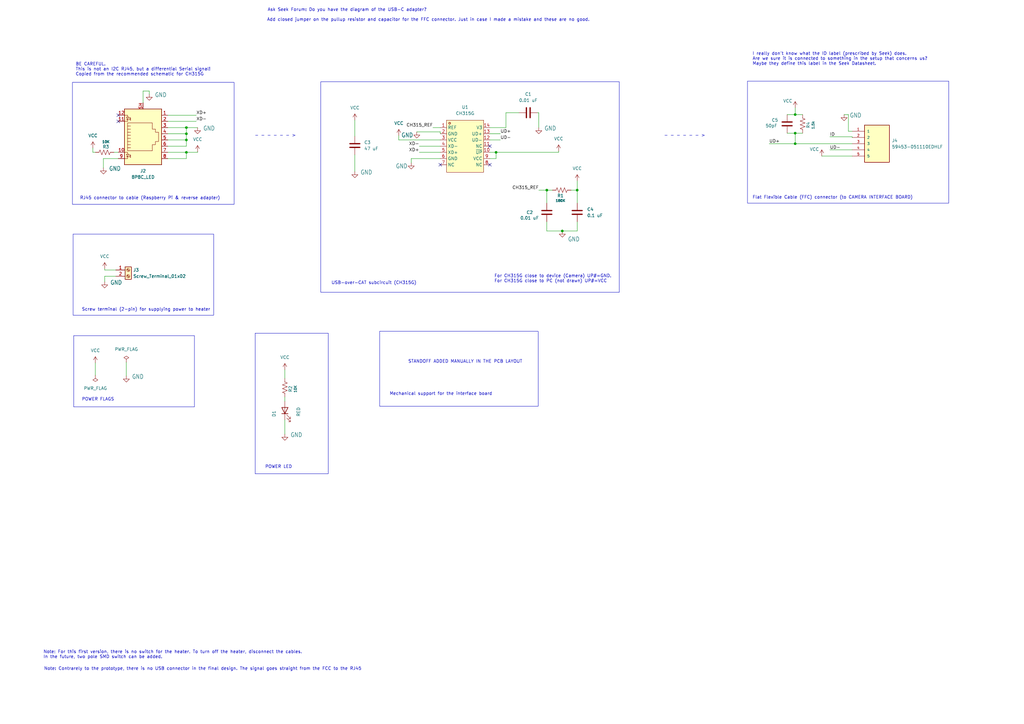
<source format=kicad_sch>
(kicad_sch (version 20230121) (generator eeschema)
  (paper "A3")
  (title_block (title "Carrier Board for Seek Camera C214SPX") (date "2024-06-23") (rev "rev A1") (company "Jericho Laboratory Inc.") (comment 1 "Designed by Frederic Coulombe, BEng MSc"))
  (lib_symbols
    (symbol "59453-051110EDHLF:59453-051110EDHLF" (pin_names (offset 1.016))
      (property "Reference" "J" (at -5.08 8.382 0))
      (property "Value" "59453-051110EDHLF" (at -5.08 -10.16 0))
      (symbol "59453-051110EDHLF_0_0"
        (rectangle (start -5.08 -7.62) (end 5.08 7.62) (stroke (width 0.254)) (fill (type background)))
        (pin passive line (at -10.16 5.08 0) (length 5.08) (name "1") (number "1"))
        (pin passive line (at -10.16 2.54 0) (length 5.08) (name "2") (number "2"))
        (pin passive line (at -10.16 0 0) (length 5.08) (name "3") (number "3"))
        (pin passive line (at -10.16 -2.54 0) (length 5.08) (name "4") (number "4"))
        (pin passive line (at -10.16 -5.08 0) (length 5.08) (name "5") (number "5"))
      )
    )
    (symbol "CH315g-LCSC:CH315G"
      (property "Reference" "U" (at 0 12.7 0))
      (property "Value" "CH315G" (at 0 -12.7 0))
      (symbol "CH315G_0_1"
        (rectangle (start -7.62 10.67) (end 7.62 -10.67) (fill (type background)))
        (circle (center -6.35 9.4) (radius 0.38))
        (circle (center -6.35 9.4) (radius 0.38))
        (pin unspecified line (at -10.16 7.62 0) (length 2.54) (name "REF") (number "1"))
        (pin unspecified line (at 10.16 -2.54 180) (length 2.54) (name "~{UP}") (number "10"))
        (pin unspecified line (at 10.16 0 180) (length 2.54) (name "NC") (number "11"))
        (pin unspecified line (at 10.16 2.54 180) (length 2.54) (name "UD-") (number "12"))
        (pin unspecified line (at 10.16 5.08 180) (length 2.54) (name "UD+") (number "13"))
        (pin unspecified line (at 10.16 7.62 180) (length 2.54) (name "V3") (number "14"))
        (pin unspecified line (at -10.16 5.08 0) (length 2.54) (name "GND") (number "2"))
        (pin unspecified line (at -10.16 2.54 0) (length 2.54) (name "VCC") (number "3"))
        (pin unspecified line (at -10.16 0 0) (length 2.54) (name "XD-") (number "4"))
        (pin unspecified line (at -10.16 -2.54 0) (length 2.54) (name "XD+") (number "5"))
        (pin unspecified line (at -10.16 -5.08 0) (length 2.54) (name "GND") (number "6"))
        (pin unspecified line (at -10.16 -7.62 0) (length 2.54) (name "NC") (number "7"))
        (pin unspecified line (at 10.16 -7.62 180) (length 2.54) (name "NC") (number "8"))
        (pin unspecified line (at 10.16 -5.08 180) (length 2.54) (name "VCC") (number "9"))
      )
    )
    (symbol "Connector:8P8C_LED_Shielded" (pin_names (offset 1.016))
      (property "Reference" "J" (at -5.08 13.97 0))
      (property "Value" "8P8C_LED_Shielded" (at 1.27 13.97 0))
      (symbol "8P8C_LED_Shielded_0_1"
        (polyline (pts (xy -7.62 -7.62) (xy -6.35 -7.62)))
        (polyline (pts (xy -7.62 -5.08) (xy -6.35 -5.08)))
        (polyline (pts (xy -7.62 7.62) (xy -6.35 7.62)))
        (polyline (pts (xy -7.62 10.16) (xy -6.35 10.16)))
        (polyline (pts (xy -6.858 -5.842) (xy -5.842 -5.842)))
        (polyline (pts (xy -6.858 9.398) (xy -5.842 9.398)))
        (polyline (pts (xy -6.35 -7.62) (xy -6.35 -6.858)))
        (polyline (pts (xy -6.35 -5.08) (xy -6.35 -5.842)))
        (polyline (pts (xy -6.35 7.62) (xy -6.35 8.382)))
        (polyline (pts (xy -6.35 10.16) (xy -6.35 9.398)))
        (polyline (pts (xy -5.08 -6.223) (xy -5.207 -6.604)))
        (polyline (pts (xy -5.08 -5.588) (xy -5.207 -5.969)))
        (polyline (pts (xy -5.08 4.445) (xy -6.35 4.445)))
        (polyline (pts (xy -5.08 5.715) (xy -6.35 5.715)))
        (polyline (pts (xy -5.08 9.017) (xy -5.207 8.636)))
        (polyline (pts (xy -5.08 9.652) (xy -5.207 9.271)))
        (polyline (pts (xy -6.35 -3.175) (xy -5.08 -3.175) (xy -5.08 -3.175)))
        (polyline (pts (xy -6.35 -1.905) (xy -5.08 -1.905) (xy -5.08 -1.905)))
        (polyline (pts (xy -6.35 -0.635) (xy -5.08 -0.635) (xy -5.08 -0.635)))
        (polyline (pts (xy -6.35 0.635) (xy -5.08 0.635) (xy -5.08 0.635)))
        (polyline (pts (xy -6.35 1.905) (xy -5.08 1.905) (xy -5.08 1.905)))
        (polyline (pts (xy -5.588 -6.731) (xy -5.08 -6.223) (xy -5.461 -6.35)))
        (polyline (pts (xy -5.588 -6.096) (xy -5.08 -5.588) (xy -5.461 -5.715)))
        (polyline (pts (xy -5.588 8.509) (xy -5.08 9.017) (xy -5.461 8.89)))
        (polyline (pts (xy -5.588 9.144) (xy -5.08 9.652) (xy -5.461 9.525)))
        (polyline (pts (xy -5.08 3.175) (xy -6.35 3.175) (xy -6.35 3.175)))
        (polyline (pts (xy -6.35 -5.842) (xy -6.858 -6.858) (xy -5.842 -6.858) (xy -6.35 -5.842)))
        (polyline (pts (xy -6.35 9.398) (xy -6.858 8.382) (xy -5.842 8.382) (xy -6.35 9.398)))
        (polyline (pts (xy -6.35 -4.445) (xy -6.35 6.985) (xy 3.81 6.985) (xy 3.81 4.445) (xy 5.08 4.445) (xy 5.08 3.175) (xy 6.35 3.175) (xy 6.35 -0.635) (xy 5.08 -0.635) (xy 5.08 -1.905) (xy 3.81 -1.905) (xy 3.81 -4.445) (xy -6.35 -4.445) (xy -6.35 -4.445)))
        (rectangle (start 7.62 12.7) (end -7.62 -10.16) (stroke (width 0.254)) (fill (type background)))
      )
      (symbol "8P8C_LED_Shielded_1_1"
        (pin passive line (at 10.16 -7.62 180) (length 2.54) (name "~") (number "1"))
        (pin passive line (at -10.16 7.62 0) (length 2.54) (name "~") (number "10"))
        (pin passive line (at -10.16 -5.08 0) (length 2.54) (name "~") (number "11"))
        (pin passive line (at -10.16 -7.62 0) (length 2.54) (name "~") (number "12"))
        (pin passive line (at 10.16 -5.08 180) (length 2.54) (name "~") (number "2"))
        (pin passive line (at 10.16 -2.54 180) (length 2.54) (name "~") (number "3"))
        (pin passive line (at 10.16 0 180) (length 2.54) (name "~") (number "4"))
        (pin passive line (at 10.16 2.54 180) (length 2.54) (name "~") (number "5"))
        (pin passive line (at 10.16 5.08 180) (length 2.54) (name "~") (number "6"))
        (pin passive line (at 10.16 7.62 180) (length 2.54) (name "~") (number "7"))
        (pin passive line (at 10.16 10.16 180) (length 2.54) (name "~") (number "8"))
        (pin passive line (at -10.16 10.16 0) (length 2.54) (name "~") (number "9"))
        (pin passive line (at 0 -12.7 90) (length 2.54) (name "~") (number "SH"))
      )
    )
    (symbol "Connector:Screw_Terminal_01x02" (pin_names (offset 1.016) hide)
      (property "Reference" "J" (at 0 2.54 0))
      (property "Value" "Screw_Terminal_01x02" (at 0 -5.08 0))
      (symbol "Screw_Terminal_01x02_1_1"
        (rectangle (start -1.27 1.27) (end 1.27 -3.81) (stroke (width 0.254)) (fill (type background)))
        (circle (center 0 -2.54) (radius 0.635) (stroke (width 0.1524)))
        (polyline (pts (xy -0.5334 -2.2098) (xy 0.3302 -3.048)) (stroke (width 0.1524)))
        (polyline (pts (xy -0.5334 0.3302) (xy 0.3302 -0.508)) (stroke (width 0.1524)))
        (polyline (pts (xy -0.3556 -2.032) (xy 0.508 -2.8702)) (stroke (width 0.1524)))
        (polyline (pts (xy -0.3556 0.508) (xy 0.508 -0.3302)) (stroke (width 0.1524)))
        (circle (center 0 0) (radius 0.635) (stroke (width 0.1524)))
        (pin passive line (at -5.08 0 0) (length 3.81) (name "Pin_1") (number "1"))
        (pin passive line (at -5.08 -2.54 0) (length 3.81) (name "Pin_2") (number "2"))
      )
    )
    (symbol "Device:C" (pin_numbers hide) (pin_names (offset 0.254))
      (property "Reference" "C" (at 0.635 2.54 0))
      (property "Value" "C" (at 0.635 -2.54 0))
      (symbol "C_0_1"
        (polyline (pts (xy -2.032 -0.762) (xy 2.032 -0.762)) (stroke (width 0.508)))
        (polyline (pts (xy -2.032 0.762) (xy 2.032 0.762)) (stroke (width 0.508)))
      )
      (symbol "C_1_1"
        (pin passive line (at 0 3.81 270) (length 2.794) (name "~") (number "1"))
        (pin passive line (at 0 -3.81 90) (length 2.794) (name "~") (number "2"))
      )
    )
    (symbol "Device:LED" (pin_numbers hide) (pin_names (offset 1.016) hide)
      (property "Reference" "D" (at 0 2.54 0))
      (property "Value" "LED" (at 0 -2.54 0))
      (symbol "LED_0_1"
        (polyline (pts (xy -1.27 -1.27) (xy -1.27 1.27)) (stroke (width 0.254)))
        (polyline (pts (xy -1.27 0) (xy 1.27 0)))
        (polyline (pts (xy 1.27 -1.27) (xy 1.27 1.27) (xy -1.27 0) (xy 1.27 -1.27)) (stroke (width 0.254)))
        (polyline (pts (xy -3.048 -0.762) (xy -4.572 -2.286) (xy -3.81 -2.286) (xy -4.572 -2.286) (xy -4.572 -1.524)))
        (polyline (pts (xy -1.778 -0.762) (xy -3.302 -2.286) (xy -2.54 -2.286) (xy -3.302 -2.286) (xy -3.302 -1.524)))
      )
      (symbol "LED_1_1"
        (pin passive line (at -3.81 0 0) (length 2.54) (name "K") (number "1"))
        (pin passive line (at 3.81 0 180) (length 2.54) (name "A") (number "2"))
      )
    )
    (symbol "Device:R_US" (pin_numbers hide) (pin_names (offset 0))
      (property "Reference" "R" (at 2.54 0 90))
      (property "Value" "R_US" (at -2.54 0 90))
      (symbol "R_US_0_1"
        (polyline (pts (xy 0 -2.286) (xy 0 -2.54)))
        (polyline (pts (xy 0 2.286) (xy 0 2.54)))
        (polyline (pts (xy 0 -0.762) (xy 1.016 -1.143) (xy 0 -1.524) (xy -1.016 -1.905) (xy 0 -2.286)))
        (polyline (pts (xy 0 0.762) (xy 1.016 0.381) (xy 0 0) (xy -1.016 -0.381) (xy 0 -0.762)))
        (polyline (pts (xy 0 2.286) (xy 1.016 1.905) (xy 0 1.524) (xy -1.016 1.143) (xy 0 0.762)))
      )
      (symbol "R_US_1_1"
        (pin passive line (at 0 3.81 270) (length 1.27) (name "~") (number "1"))
        (pin passive line (at 0 -3.81 90) (length 1.27) (name "~") (number "2"))
      )
    )
    (symbol "power:GND" (power) (pin_names (offset 0))
      (property "Value" "GND" (at 0 -3.81 0))
      (symbol "GND_0_1"
        (polyline (pts (xy 0 0) (xy 0 -1.27) (xy 1.27 -1.27) (xy 0 -2.54) (xy -1.27 -1.27) (xy 0 -1.27)))
      )
      (symbol "GND_1_1"
        (pin power_in line (at 0 0 270) (length 0) hide (name "GND") (number "1"))
      )
    )
    (symbol "power:PWR_FLAG" (power) (pin_numbers hide) (pin_names (offset 0) hide)
      (property "Value" "PWR_FLAG" (at 0 3.81 0))
      (symbol "PWR_FLAG_0_0"
        (pin power_out line (at 0 0 90) (length 0) (name "pwr") (number "1"))
      )
      (symbol "PWR_FLAG_0_1"
        (polyline (pts (xy 0 0) (xy 0 1.27) (xy -1.016 1.905) (xy 0 2.54) (xy 1.016 1.905) (xy 0 1.27)))
      )
    )
    (symbol "power:VCC" (power) (pin_names (offset 0))
      (property "Value" "VCC" (at 0 3.81 0))
      (symbol "VCC_0_1"
        (polyline (pts (xy -0.762 1.27) (xy 0 2.54)))
        (polyline (pts (xy 0 0) (xy 0 2.54)))
        (polyline (pts (xy 0 2.54) (xy 0.762 1.27)))
      )
      (symbol "VCC_1_1"
        (pin power_in line (at 0 0 90) (length 0) hide (name "VCC") (number "1"))
      )
    )
  )
  (junction (at 326.136 46.99))
  (junction (at 224.282 77.978))
  (junction (at 203.454 62.484))
  (junction (at 76.454 57.404))
  (junction (at 236.728 77.978))
  (junction (at 230.632 94.742))
  (junction (at 76.454 52.324))
  (junction (at 76.454 62.484))
  (junction (at 326.136 58.928))
  (junction (at 326.136 54.61))
  (junction (at 76.454 54.864))
  (no_connect (at 48.514 47.244))
  (no_connect (at 180.594 67.564))
  (no_connect (at 48.514 49.784))
  (no_connect (at 200.914 67.564))
  (no_connect (at 200.914 59.944))
  (wire (pts (xy 76.454 62.484) (xy 81.026 62.484)))
  (wire (pts (xy 203.454 65.024) (xy 203.454 62.484)))
  (wire (pts (xy 229.108 62.484) (xy 229.108 61.976)))
  (wire (pts (xy 322.834 54.61) (xy 326.136 54.61)))
  (wire (pts (xy 168.656 66.802) (xy 168.656 65.024)))
  (wire (pts (xy 42.418 65.024) (xy 42.418 68.834)))
  (wire (pts (xy 76.454 65.024) (xy 76.454 62.484)))
  (wire (pts (xy 68.834 49.784) (xy 80.518 49.784)))
  (wire (pts (xy 42.926 113.284) (xy 47.498 113.284)))
  (wire (pts (xy 39.116 153.924) (xy 39.116 148.844)))
  (wire (pts (xy 236.728 77.978) (xy 236.728 74.168)))
  (wire (pts (xy 61.214 37.338) (xy 61.214 38.608)))
  (wire (pts (xy 236.728 90.932) (xy 236.728 94.742)))
  (wire (pts (xy 68.834 59.944) (xy 76.454 59.944)))
  (wire (pts (xy 38.1 60.706) (xy 38.1 62.484)))
  (wire (pts (xy 236.728 94.742) (xy 230.632 94.742)))
  (wire (pts (xy 68.834 65.024) (xy 76.454 65.024)))
  (wire (pts (xy 326.136 58.928) (xy 349.504 58.928)))
  (wire (pts (xy 46.736 62.484) (xy 48.514 62.484)))
  (wire (pts (xy 38.1 62.484) (xy 39.116 62.484)))
  (wire (pts (xy 68.834 54.864) (xy 76.454 54.864)))
  (wire (pts (xy 42.926 115.57) (xy 42.926 113.284)))
  (wire (pts (xy 145.542 63.5) (xy 145.542 70.358)))
  (wire (pts (xy 347.98 46.99) (xy 346.202 46.99)))
  (wire (pts (xy 234.188 77.978) (xy 236.728 77.978)))
  (wire (pts (xy 163.576 57.404) (xy 180.594 57.404)))
  (wire (pts (xy 326.136 44.196) (xy 326.136 46.99)))
  (wire (pts (xy 171.958 62.484) (xy 180.594 62.484)))
  (wire (pts (xy 81.026 62.484) (xy 81.026 62.23)))
  (wire (pts (xy 171.958 59.944) (xy 180.594 59.944)))
  (wire (pts (xy 220.98 77.978) (xy 224.282 77.978)))
  (wire (pts (xy 326.136 54.61) (xy 329.184 54.61)))
  (wire (pts (xy 337.058 64.008) (xy 349.504 64.008)))
  (wire (pts (xy 68.834 57.404) (xy 76.454 57.404)))
  (wire (pts (xy 48.514 65.024) (xy 42.418 65.024)))
  (wire (pts (xy 76.454 54.864) (xy 76.454 57.404)))
  (wire (pts (xy 224.282 94.742) (xy 230.632 94.742)))
  (wire (pts (xy 58.674 37.338) (xy 61.214 37.338)))
  (wire (pts (xy 315.468 58.928) (xy 326.136 58.928)))
  (wire (pts (xy 47.498 110.744) (xy 42.926 110.744)))
  (wire (pts (xy 207.518 46.228) (xy 212.852 46.228)))
  (wire (pts (xy 68.834 62.484) (xy 76.454 62.484)))
  (wire (pts (xy 207.518 52.324) (xy 200.914 52.324)))
  (wire (pts (xy 180.594 54.102) (xy 180.594 54.864)))
  (wire (pts (xy 168.656 65.024) (xy 180.594 65.024)))
  (wire (pts (xy 177.546 52.324) (xy 180.594 52.324)))
  (wire (pts (xy 340.36 56.134) (xy 349.504 56.134)))
  (wire (pts (xy 224.282 77.978) (xy 224.282 83.312)))
  (wire (pts (xy 203.454 62.484) (xy 229.108 62.484)))
  (wire (pts (xy 226.568 77.978) (xy 224.282 77.978)))
  (wire (pts (xy 58.674 37.338) (xy 58.674 42.164)))
  (wire (pts (xy 145.542 49.276) (xy 145.542 55.88)))
  (wire (pts (xy 200.914 57.404) (xy 205.232 57.404)))
  (wire (pts (xy 322.834 46.99) (xy 326.136 46.99)))
  (wire (pts (xy 347.98 53.848) (xy 349.504 53.848)))
  (wire (pts (xy 236.728 77.978) (xy 236.728 83.312)))
  (wire (pts (xy 68.834 47.244) (xy 80.518 47.244)))
  (wire (pts (xy 207.518 46.228) (xy 207.518 52.324)))
  (wire (pts (xy 116.84 162.814) (xy 116.84 164.592)))
  (wire (pts (xy 116.84 151.638) (xy 116.84 155.194)))
  (wire (pts (xy 220.98 46.228) (xy 220.472 46.228)))
  (wire (pts (xy 200.914 62.484) (xy 203.454 62.484)))
  (wire (pts (xy 163.576 55.626) (xy 163.576 57.404)))
  (wire (pts (xy 326.136 54.61) (xy 326.136 58.928)))
  (wire (pts (xy 76.454 52.324) (xy 81.026 52.324)))
  (wire (pts (xy 116.84 172.212) (xy 116.84 178.054)))
  (wire (pts (xy 170.942 54.102) (xy 180.594 54.102)))
  (wire (pts (xy 224.282 90.932) (xy 224.282 94.742)))
  (wire (pts (xy 349.504 56.134) (xy 349.504 56.388)))
  (wire (pts (xy 51.816 148.59) (xy 51.816 154.178)))
  (wire (pts (xy 68.834 52.324) (xy 76.454 52.324)))
  (wire (pts (xy 200.914 54.864) (xy 205.232 54.864)))
  (wire (pts (xy 76.454 57.404) (xy 76.454 59.944)))
  (wire (pts (xy 42.926 110.744) (xy 42.926 110.236)))
  (wire (pts (xy 340.36 61.468) (xy 349.504 61.468)))
  (wire (pts (xy 200.914 65.024) (xy 203.454 65.024)))
  (wire (pts (xy 220.98 52.324) (xy 220.98 46.228)))
  (wire (pts (xy 76.454 52.324) (xy 76.454 54.864)))
  (wire (pts (xy 326.136 46.99) (xy 329.184 46.99)))
  (wire (pts (xy 347.98 46.99) (xy 347.98 53.848)))
  (rectangle (start 29.718 33.782) (end 96.012 83.82))
  (rectangle (start 155.702 135.89) (end 220.726 166.624))
  (rectangle (start 29.972 96.012) (end 87.63 129.286))
  (rectangle (start 131.572 33.528) (end 254 119.888))
  (rectangle (start 306.578 33.274) (end 389.128 83.312))
  (rectangle (start 30.226 137.668) (end 79.756 166.878))
  (rectangle (start 104.648 136.652) (end 134.62 194.31))
  (text "I really don't know what the ID label (prescribed by Seek) does.\nAre we sure it is connected to something in the setup that concerns us?\nMaybe they define this label in the Seek Datasheet." (at 308.61 26.924 0) (effects (font (size 1.27 1.27)) (justify left bottom)))
  (text "STANDOFF ADDED MANUALLY IN THE PCB LAYOUT" (at 167.386 149.098 0) (effects (font (size 1.27 1.27)) (justify left bottom)))
  (text "The USB-C little adadpter by Seek has two passive components (R1, L2), and I don't know their values or how to connect them...\nThese values seem to be described in page XXXX of the Seek Camera Datasheet, but I need to make more verifications." (at 109.728 -0.762 0) (effects (font (size 1.27 1.27)) (justify left bottom)))
  (text "POWER LED" (at 108.712 192.278 0) (effects (font (size 1.27 1.27)) (justify left bottom)))
  (text "- - - - - - >" (at 104.394 56.388 0) (effects (font (size 1.27 1.27)) (justify left bottom)))
  (text "USB-over-CAT subcircuit (CH315G)\n" (at 135.89 116.84 0) (effects (font (size 1.27 1.27)) (justify left bottom)))
  (text "Note: For this first version, there is no switch for the heater. To turn off the heater, disconnect the cables. \nIn the future, two pole SMD switch can be added.\n" (at 17.78 270.256 0) (effects (font (size 1.27 1.27)) (justify left bottom)))
  (text "For CH315G close to device (Camera) UP#=GND.\nFor CH315G close to PC (not drawn) UP#=VCC" (at 202.692 116.078 0) (effects (font (size 1.27 1.27)) (justify left bottom)))
  (text "RJ45 connector to cable (Raspberry Pi & reverse adapter)" (at 32.766 82.042 0) (effects (font (size 1.27 1.27)) (justify left bottom)))
  (text "Add closed jumper on the pullup resistor and capacitor for the FFC connector. Just in case I made a mistake and these are no good." (at 109.474 8.89 0) (effects (font (size 1.27 1.27)) (justify left bottom)))
  (text "Screw terminal (2-pin) for supplying power to heater " (at 33.528 127.762 0) (effects (font (size 1.27 1.27)) (justify left bottom)))
  (text "Mechanical support for the interface board" (at 159.766 162.306 0) (effects (font (size 1.27 1.27)) (justify left bottom)))
  (text "Note: Contrarely to the prototype, there is no USB connector in the final design. The signal goes straight from the FCC to the RJ45" (at 18.034 275.082 0) (effects (font (size 1.27 1.27)) (justify left bottom)))
  (text "POWER FLAGS\n" (at 33.528 164.592 0) (effects (font (size 1.27 1.27)) (justify left bottom)))
  (text "- - - - - - >" (at 272.288 56.388 0) (effects (font (size 1.27 1.27)) (justify left bottom)))
  (text "Ask Seek Forum: Do you have the diagram of the USB-C adapter?" (at 109.728 4.826 0) (effects (font (size 1.27 1.27)) (justify left bottom)))
  (text "Flat Flexible Cable (FFC) connector (to CAMERA INTERFACE BOARD)" (at 308.61 81.788 0) (effects (font (size 1.27 1.27)) (justify left bottom)))
  (text "BE CAREFUL.\nThis is not an I2C RJ45, but a differential Serial signal!\nCopied from the recommended schematic for CH315G" (at 30.988 31.242 0) (effects (font (size 1.27 1.27)) (justify left bottom)))
  (label "UD+" (at 315.468 58.928 0))
  (label "XD+" (at 80.518 47.244 0))
  (label "ID" (at 340.36 56.134 0))
  (label "XD+" (at 171.958 62.484 180))
  (label "UD-" (at 205.232 57.404 0))
  (label "UD-" (at 340.36 61.468 0))
  (label "UD+" (at 205.232 54.864 0))
  (label "CH315_REF" (at 220.98 77.978 180))
  (label "XD-" (at 171.958 59.944 180))
  (label "XD-" (at 80.518 49.784 0))
  (label "CH315_REF" (at 177.546 52.324 180))
  (symbol (lib_id "Device:C") (at 145.542 59.69 0) (unit 1)
    (property "Reference" "C3" (at 149.352 58.4199 0) (effects (justify left)))
    (property "Value" "47 uF" (at 149.352 60.9599 0) (effects (justify left)))
    (property "Footprint" "Capacitor_SMD:C_1206_3216Metric" (effects hide))
    (property "LCSC" "C13585" (effects hide))
  )
  (symbol (lib_id "59453-051110EDHLF:59453-051110EDHLF") (at 359.664 58.928 0) (unit 1)
    (property "Reference" "J4" (at 365.76 57.658 0) (effects (justify left)))
    (property "Value" "59453-051110EDHLF" (at 365.76 60.198 0) (effects (justify left)))
    (property "Footprint" "Amphenol-59453-051110EDHLF-SnapEDA:AMPHENOL_59453-051110EDHLF" (effects hide))
    (property "MF" "Amphenol ICC (FCI)" (effects hide))
    (property "MAXIMUM_PACKAGE_HEIGHT" "3.00mm" (effects hide))
    (property "Package" "None" (effects hide))
    (property "Price" "None" (effects hide))
    (property "Check_prices" "https://www.snapeda.com/parts/59453-051110EDHLF/Amphenol+FCI/view-part/?ref=eda" (effects hide))
    (property "STANDARD" "Manufacturer Recommendations" (effects hide))
    (property "PARTREV" "D" (effects hide))
    (property "SnapEDA_Link" "https://www.snapeda.com/parts/59453-051110EDHLF/Amphenol+FCI/view-part/?ref=snap" (effects hide))
    (property "MP" "59453-051110EDHLF" (effects hide))
    (property "Description" "\n5w FFC SMT header bottom contact 0.5mm | Amphenol FCI (Amphenol CS) 59453-051110EDHLF\n" (effects hide))
    (property "MANUFACTURER" "Amphenol" (effects hide))
    (property "Availability" "In Stock" (effects hide))
    (property "SNAPEDA_PN" "59453-051110EDHLF" (effects hide))
  )
  (symbol (lib_id "power:VCC") (at 145.542 49.276 0) (unit 1)
    (property "Reference" "#PWR09" (effects hide))
    (property "Value" "VCC" (at 145.542 44.196 0))
  )
  (symbol (lib_id "power:VCC") (at 229.108 61.976 0) (unit 1)
    (property "Reference" "#PWR06" (effects hide))
    (property "Value" "VCC" (at 229.108 56.896 0))
  )
  (symbol (lib_id "power:GND") (at 220.98 52.324 0) (unit 1)
    (property "Reference" "#GND010" (effects hide))
    (property "Value" "GND" (at 223.266 53.594 0) (effects (font (size 1.778 1.5113)) (justify left bottom)))
    (property "Footprint" "Adafruit LTC4311 I2C Extender:" (effects hide))
  )
  (symbol (lib_id "Connector:Screw_Terminal_01x02") (at 52.578 110.744 0) (unit 1)
    (property "Reference" "J3" (at 54.61 110.744 0) (effects (justify left)))
    (property "Value" "Screw_Terminal_01x02" (at 54.61 113.284 0) (effects (justify left)))
    (property "Footprint" "digikey-footprints:Term_Block_1x2_P5mm" (effects hide))
  )
  (symbol (lib_id "Device:C") (at 236.728 87.122 0) (unit 1)
    (property "Reference" "C4" (at 240.792 85.852 0) (effects (justify left)))
    (property "Value" "0.1 uF" (at 240.792 88.392 0) (effects (justify left)))
    (property "Footprint" "Capacitor_SMD:C_1206_3216Metric" (effects hide))
    (property "LCSC" "C13585" (effects hide))
  )
  (symbol (lib_id "power:GND") (at 230.632 94.742 0) (unit 1)
    (property "Reference" "#GND012" (effects hide))
    (property "Value" "GND" (at 232.918 99.06 0) (effects (font (size 1.778 1.5113)) (justify left bottom)))
    (property "Footprint" "Adafruit LTC4311 I2C Extender:" (effects hide))
  )
  (symbol (lib_id "power:GND") (at 170.942 54.102 0) (unit 1)
    (property "Reference" "#GND09" (effects hide))
    (property "Value" "GND" (at 164.592 56.388 0) (effects (font (size 1.778 1.5113)) (justify left bottom)))
    (property "Footprint" "Adafruit LTC4311 I2C Extender:" (effects hide))
  )
  (symbol (lib_id "Device:R_US") (at 329.184 50.8 180) (unit 1)
    (property "Reference" "R4" (at 331.47 51.308 90))
    (property "Value" "1.5k" (at 333.502 51.308 90) (effects (font (size 1.016 1.016) bold)))
    (property "Footprint" "Resistor_SMD:R_0805_2012Metric" (effects hide))
  )
  (symbol (lib_id "power:GND") (at 42.418 68.834 0) (unit 1)
    (property "Reference" "#GND05" (effects hide))
    (property "Value" "GND" (at 44.704 70.104 0) (effects (font (size 1.778 1.5113)) (justify left bottom)))
    (property "Footprint" "Adafruit LTC4311 I2C Extender:" (effects hide))
  )
  (symbol (lib_id "Device:R_US") (at 42.926 62.484 270) (unit 1)
    (property "Reference" "R3" (at 43.434 60.198 90))
    (property "Value" "10K" (at 43.434 58.166 90) (effects (font (size 1.016 1.016) bold)))
    (property "Footprint" "Resistor_SMD:R_0805_2012Metric" (effects hide))
    (property "LCSC" "C17414" (effects hide))
  )
  (symbol (lib_id "power:PWR_FLAG") (at 39.116 153.924 180) (unit 1)
    (property "Reference" "#FLG01" (effects hide))
    (property "Value" "PWR_FLAG" (at 39.116 159.258 0))
  )
  (symbol (lib_id "power:GND") (at 168.656 66.802 0) (unit 1)
    (property "Reference" "#GND08" (effects hide))
    (property "Value" "GND" (at 162.306 69.088 0) (effects (font (size 1.778 1.5113)) (justify left bottom)))
    (property "Footprint" "Adafruit LTC4311 I2C Extender:" (effects hide))
  )
  (symbol (lib_id "power:VCC") (at 81.026 62.23 0) (unit 1)
    (property "Reference" "#PWR05" (effects hide))
    (property "Value" "VCC" (at 81.026 57.15 0))
  )
  (symbol (lib_id "power:PWR_FLAG") (at 51.816 148.59 0) (unit 1)
    (property "Reference" "#FLG02" (effects hide))
    (property "Value" "PWR_FLAG" (at 51.816 143.256 0))
  )
  (symbol (lib_id "power:GND") (at 145.542 70.358 0) (unit 1)
    (property "Reference" "#GND011" (effects hide))
    (property "Value" "GND" (at 147.828 71.628 0) (effects (font (size 1.778 1.5113)) (justify left bottom)))
    (property "Footprint" "Adafruit LTC4311 I2C Extender:" (effects hide))
  )
  (symbol (lib_id "power:GND") (at 51.816 154.178 0) (unit 1)
    (property "Reference" "#GND01" (effects hide))
    (property "Value" "GND" (at 54.102 155.448 0) (effects (font (size 1.778 1.5113)) (justify left bottom)))
    (property "Footprint" "Adafruit LTC4311 I2C Extender:" (effects hide))
  )
  (symbol (lib_id "power:VCC") (at 38.1 60.706 0) (unit 1)
    (property "Reference" "#PWR04" (effects hide))
    (property "Value" "VCC" (at 38.1 55.626 0))
  )
  (symbol (lib_id "power:VCC") (at 42.926 110.236 0) (unit 1)
    (property "Reference" "#PWR02" (effects hide))
    (property "Value" "VCC" (at 42.926 105.156 0))
  )
  (symbol (lib_id "power:VCC") (at 116.84 151.638 0) (unit 1)
    (property "Reference" "#PWR03" (effects hide))
    (property "Value" "VCC" (at 116.84 146.558 0))
  )
  (symbol (lib_id "Device:C") (at 216.662 46.228 90) (unit 1)
    (property "Reference" "C1" (at 216.662 38.608 90))
    (property "Value" "0.01 uF" (at 216.662 41.148 90))
    (property "Footprint" "Capacitor_SMD:C_1206_3216Metric" (effects hide))
    (property "LCSC" "C13585" (effects hide))
  )
  (symbol (lib_id "power:GND") (at 81.026 52.324 0) (unit 1)
    (property "Reference" "#GND07" (effects hide))
    (property "Value" "GND" (at 83.312 53.594 0) (effects (font (size 1.778 1.5113)) (justify left bottom)))
    (property "Footprint" "Adafruit LTC4311 I2C Extender:" (effects hide))
  )
  (symbol (lib_id "power:GND") (at 42.926 115.57 0) (unit 1)
    (property "Reference" "#GND03" (effects hide))
    (property "Value" "GND" (at 45.212 116.84 0) (effects (font (size 1.778 1.5113)) (justify left bottom)))
    (property "Footprint" "Adafruit LTC4311 I2C Extender:" (effects hide))
  )
  (symbol (lib_id "power:GND") (at 346.202 46.99 0) (unit 1)
    (property "Reference" "#GND06" (effects hide))
    (property "Value" "GND" (at 348.488 48.26 0) (effects (font (size 1.778 1.5113)) (justify left bottom)))
    (property "Footprint" "Adafruit LTC4311 I2C Extender:" (effects hide))
  )
  (symbol (lib_id "power:VCC") (at 39.116 148.844 0) (unit 1)
    (property "Reference" "#PWR01" (effects hide))
    (property "Value" "VCC" (at 39.116 143.764 0))
  )
  (symbol (lib_id "power:VCC") (at 236.728 74.168 0) (unit 1)
    (property "Reference" "#PWR010" (effects hide))
    (property "Value" "VCC" (at 236.728 69.088 0))
  )
  (symbol (lib_id "Device:LED") (at 116.84 168.402 90) (unit 1)
    (property "Reference" "D1" (at 112.395 169.672 0))
    (property "Value" "RED" (at 122.428 168.91 0))
    (property "Footprint" "Diode_SMD:D_0603_1608Metric" (effects hide))
    (property "LCSC" "C2286" (effects hide))
  )
  (symbol (lib_id "power:GND") (at 116.84 178.054 0) (unit 1)
    (property "Reference" "#GND04" (effects hide))
    (property "Value" "GND" (at 119.126 179.324 0) (effects (font (size 1.778 1.5113)) (justify left bottom)))
    (property "Footprint" "Adafruit LTC4311 I2C Extender:" (effects hide))
  )
  (symbol (lib_id "power:VCC") (at 326.136 44.196 0) (unit 1)
    (property "Reference" "#PWR011" (effects hide))
    (property "Value" "VCC" (at 323.088 41.402 0))
  )
  (symbol (lib_id "Connector:8P8C_LED_Shielded") (at 58.674 54.864 0) (mirror x) (unit 1)
    (property "Reference" "J2" (at 58.674 70.104 0))
    (property "Value" "8P8C_LED" (at 58.674 72.644 0))
    (property "Footprint" "Connector_RJ:RJ45_Amphenol_RJHSE538X" (effects hide))
    (property "LCSC" "C386757" (effects hide))
  )
  (symbol (lib_id "power:GND") (at 61.214 38.608 0) (unit 1)
    (property "Reference" "#GND02" (effects hide))
    (property "Value" "GND" (at 63.5 39.878 0) (effects (font (size 1.778 1.5113)) (justify left bottom)))
    (property "Footprint" "Adafruit LTC4311 I2C Extender:" (effects hide))
  )
  (symbol (lib_id "Device:R_US") (at 230.378 77.978 90) (unit 1)
    (property "Reference" "R1" (at 229.87 80.264 90))
    (property "Value" "180K" (at 229.87 82.296 90) (effects (font (size 1.016 1.016) bold)))
    (property "Footprint" "Resistor_SMD:R_0805_2012Metric" (effects hide))
    (property "LCSC" "C17713" (effects hide))
  )
  (symbol (lib_id "power:VCC") (at 337.058 64.008 0) (unit 1)
    (property "Reference" "#PWR08" (effects hide))
    (property "Value" "VCC" (at 334.01 61.214 0))
  )
  (symbol (lib_id "Device:C") (at 224.282 87.122 180) (unit 1)
    (property "Reference" "C2" (at 215.9 87.122 0) (effects (justify right)))
    (property "Value" "0.01 uF" (at 213.36 89.408 0) (effects (justify right)))
    (property "Footprint" "Capacitor_SMD:C_1206_3216Metric" (effects hide))
    (property "LCSC" "C13585" (effects hide))
  )
  (symbol (lib_id "Device:R_US") (at 116.84 159.004 180) (unit 1)
    (property "Reference" "R2" (at 119.126 159.512 90))
    (property "Value" "10K" (at 121.158 159.512 90) (effects (font (size 1.016 1.016) bold)))
    (property "Footprint" "Resistor_SMD:R_0805_2012Metric" (effects hide))
    (property "LCSC" "C17414" (effects hide))
  )
  (symbol (lib_id "CH315g-LCSC:CH315G") (at 190.754 59.944 0) (unit 1)
    (property "Reference" "U1" (at 190.754 43.942 0))
    (property "Value" "CH315G" (at 190.754 46.482 0))
    (property "Footprint" "LCSC-CH315g:CH315g-LCSC" (effects hide))
    (property "Datasheet" "https://lcsc.com/product-detail/USB_CH315G_C92287.html" (effects hide))
    (property "LCSC Part" "C92287" (effects hide))
  )
  (symbol (lib_id "Device:C") (at 322.834 50.8 180) (unit 1)
    (property "Reference" "C5" (at 316.484 49.276 0) (effects (justify right)))
    (property "Value" "50pF" (at 313.944 51.562 0) (effects (justify right)))
    (property "Footprint" "Capacitor_SMD:C_1206_3216Metric" (effects hide))
    (property "LCSC" "C13585" (effects hide))
  )
  (symbol (lib_id "power:VCC") (at 163.576 55.626 0) (unit 1)
    (property "Reference" "#PWR07" (effects hide))
    (property "Value" "VCC" (at 163.576 50.546 0))
  )
)
</source>
